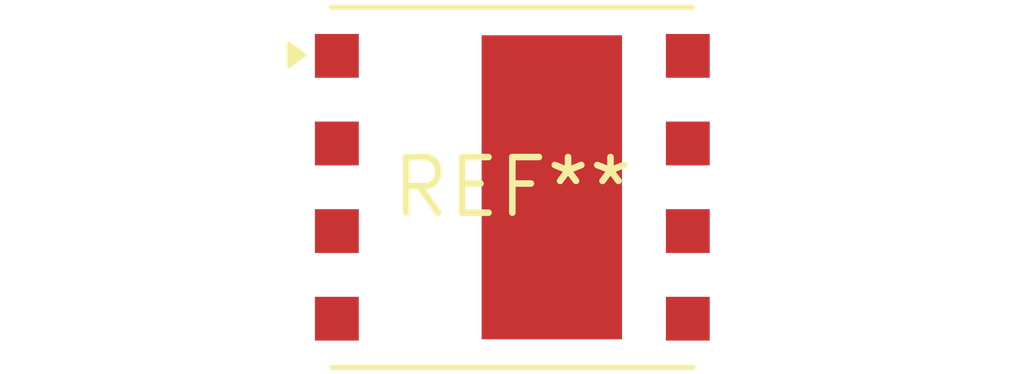
<source format=kicad_pcb>
(kicad_pcb (version 20240108) (generator pcbnew)
  (layers (0 "F.Cu" signal) (31 "B.Cu" signal) (34 "B.Paste" user) (35 "F.Paste" user) (36 "B.SilkS" user "B.Silkscreen") (37 "F.SilkS" user "F.Silkscreen") (38 "B.Mask" user) (39 "F.Mask" user) (44 "Edge.Cuts" user))
  (net 0 "")
  (footprint "Infineon_PG-LSON-8-1" (layer "F.Cu") (at 0 0)
    (property "Reference" "REF**")
    (property "Value" "Infineon_PG-LSON-8-1")
    (fp_line (start -4.12 -4.11) (end 4.1 -4.11) (layer "F.SilkS") (stroke (width 0.12)))
    (fp_line (start -4.11 4.11) (end 4.11 4.11) (layer "F.SilkS") (stroke (width 0.12)))
    (fp_poly (pts (xy -4.76 -3.02) (xy -5.09 -2.78) (xy -5.09 -3.26) (xy -4.76 -3.02)) (layer "F.SilkS") (stroke (width 0.12)) (fill solid))
    (pad "1" smd rect (at -4 -3) (size 1 1) (layers "F.Cu" "F.Paste" "F.Mask"))
    (pad "2" smd rect (at -4 -1) (size 1 1) (layers "F.Cu" "F.Paste" "F.Mask"))
    (pad "3" smd rect (at -4 1) (size 1 1) (layers "F.Cu" "F.Paste" "F.Mask"))
    (pad "4" smd rect (at -4 3) (size 1 1) (layers "F.Cu" "F.Paste" "F.Mask"))
    (pad "5" smd rect (at 4 3) (size 1 1) (layers "F.Cu" "F.Paste" "F.Mask"))
    (pad "6" smd rect (at 4 1) (size 1 1) (layers "F.Cu" "F.Paste" "F.Mask"))
    (pad "7" smd rect (at 4 -1) (size 1 1) (layers "F.Cu" "F.Paste" "F.Mask"))
    (pad "8" smd rect (at 4 -3) (size 1 1) (layers "F.Cu" "F.Paste" "F.Mask"))
    (pad "9" smd rect (at 0.9 0) (size 3.2 6.94) (layers "F.Cu" "F.Mask"))
  )
)
</source>
